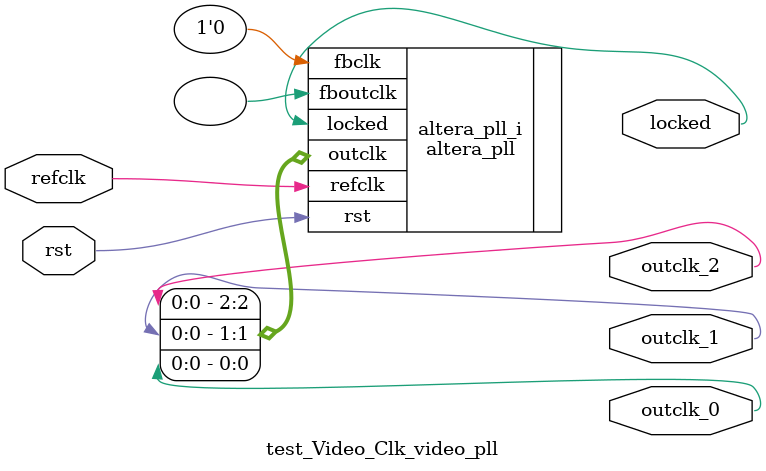
<source format=v>
`timescale 1ns/10ps
module  test_Video_Clk_video_pll(

	// interface 'refclk'
	input wire refclk,

	// interface 'reset'
	input wire rst,

	// interface 'outclk0'
	output wire outclk_0,

	// interface 'outclk1'
	output wire outclk_1,

	// interface 'outclk2'
	output wire outclk_2,

	// interface 'locked'
	output wire locked
);

	altera_pll #(
		.fractional_vco_multiplier("false"),
		.reference_clock_frequency("50.0 MHz"),
		.operation_mode("direct"),
		.number_of_clocks(3),
		.output_clock_frequency0("25.000000 MHz"),
		.phase_shift0("0 ps"),
		.duty_cycle0(50),
		.output_clock_frequency1("25.000000 MHz"),
		.phase_shift1("0 ps"),
		.duty_cycle1(50),
		.output_clock_frequency2("33.000000 MHz"),
		.phase_shift2("0 ps"),
		.duty_cycle2(50),
		.output_clock_frequency3("0 MHz"),
		.phase_shift3("0 ps"),
		.duty_cycle3(50),
		.output_clock_frequency4("0 MHz"),
		.phase_shift4("0 ps"),
		.duty_cycle4(50),
		.output_clock_frequency5("0 MHz"),
		.phase_shift5("0 ps"),
		.duty_cycle5(50),
		.output_clock_frequency6("0 MHz"),
		.phase_shift6("0 ps"),
		.duty_cycle6(50),
		.output_clock_frequency7("0 MHz"),
		.phase_shift7("0 ps"),
		.duty_cycle7(50),
		.output_clock_frequency8("0 MHz"),
		.phase_shift8("0 ps"),
		.duty_cycle8(50),
		.output_clock_frequency9("0 MHz"),
		.phase_shift9("0 ps"),
		.duty_cycle9(50),
		.output_clock_frequency10("0 MHz"),
		.phase_shift10("0 ps"),
		.duty_cycle10(50),
		.output_clock_frequency11("0 MHz"),
		.phase_shift11("0 ps"),
		.duty_cycle11(50),
		.output_clock_frequency12("0 MHz"),
		.phase_shift12("0 ps"),
		.duty_cycle12(50),
		.output_clock_frequency13("0 MHz"),
		.phase_shift13("0 ps"),
		.duty_cycle13(50),
		.output_clock_frequency14("0 MHz"),
		.phase_shift14("0 ps"),
		.duty_cycle14(50),
		.output_clock_frequency15("0 MHz"),
		.phase_shift15("0 ps"),
		.duty_cycle15(50),
		.output_clock_frequency16("0 MHz"),
		.phase_shift16("0 ps"),
		.duty_cycle16(50),
		.output_clock_frequency17("0 MHz"),
		.phase_shift17("0 ps"),
		.duty_cycle17(50),
		.pll_type("General"),
		.pll_subtype("General")
	) altera_pll_i (
		.rst	(rst),
		.outclk	({outclk_2, outclk_1, outclk_0}),
		.locked	(locked),
		.fboutclk	( ),
		.fbclk	(1'b0),
		.refclk	(refclk)
	);
endmodule


</source>
